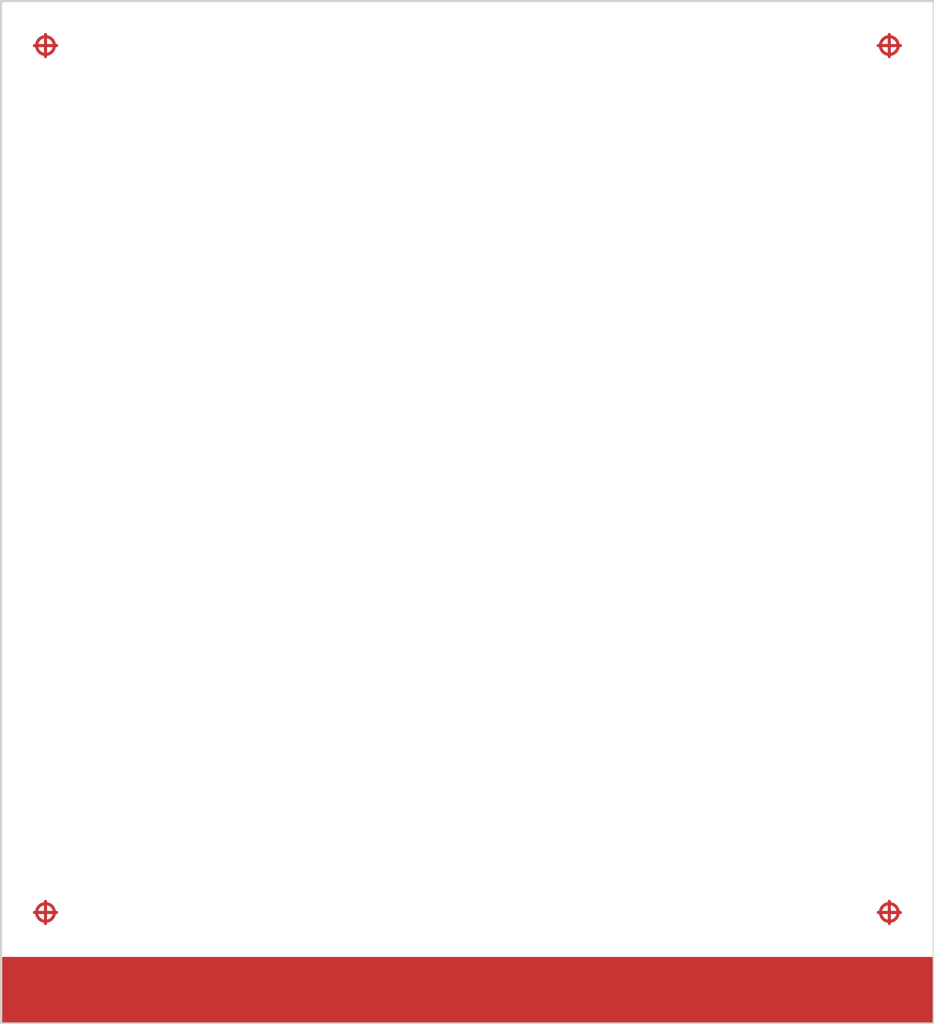
<source format=kicad_pcb>
(kicad_pcb (version 20171130) (host pcbnew "(5.1.10)-1")

  (general
    (thickness 0.25)
    (drawings 4)
    (tracks 0)
    (zones 0)
    (modules 4)
    (nets 1)
  )

  (page A4)
  (layers
    (0 F.Cu signal)
    (31 B.Cu signal)
    (32 B.Adhes user)
    (33 F.Adhes user)
    (34 B.Paste user)
    (35 F.Paste user)
    (36 B.SilkS user)
    (37 F.SilkS user)
    (38 B.Mask user)
    (39 F.Mask user)
    (40 Dwgs.User user)
    (41 Cmts.User user)
    (42 Eco1.User user)
    (43 Eco2.User user)
    (44 Edge.Cuts user)
    (45 Margin user)
    (46 B.CrtYd user)
    (47 F.CrtYd user)
    (48 B.Fab user)
    (49 F.Fab user)
  )

  (setup
    (last_trace_width 0.25)
    (trace_clearance 0.2)
    (zone_clearance 0)
    (zone_45_only no)
    (trace_min 0.2)
    (via_size 0.8)
    (via_drill 0.4)
    (via_min_size 0.4)
    (via_min_drill 0.3)
    (uvia_size 0.3)
    (uvia_drill 0.1)
    (uvias_allowed no)
    (uvia_min_size 0.2)
    (uvia_min_drill 0.1)
    (edge_width 0.05)
    (segment_width 0.2)
    (pcb_text_width 0.3)
    (pcb_text_size 1.5 1.5)
    (mod_edge_width 0.12)
    (mod_text_size 1 1)
    (mod_text_width 0.15)
    (pad_size 1.524 1.524)
    (pad_drill 0.762)
    (pad_to_mask_clearance 0)
    (aux_axis_origin 0 0)
    (visible_elements 7FFFFFFF)
    (pcbplotparams
      (layerselection 0x01000_7fffffff)
      (usegerberextensions false)
      (usegerberattributes true)
      (usegerberadvancedattributes true)
      (creategerberjobfile true)
      (excludeedgelayer true)
      (linewidth 0.100000)
      (plotframeref false)
      (viasonmask false)
      (mode 1)
      (useauxorigin false)
      (hpglpennumber 1)
      (hpglpenspeed 20)
      (hpglpendiameter 15.000000)
      (psnegative false)
      (psa4output false)
      (plotreference true)
      (plotvalue true)
      (plotinvisibletext false)
      (padsonsilk false)
      (subtractmaskfromsilk false)
      (outputformat 1)
      (mirror false)
      (drillshape 0)
      (scaleselection 1)
      (outputdirectory "fab_outputs/"))
  )

  (net 0 "")

  (net_class Default "This is the default net class."
    (clearance 0.2)
    (trace_width 0.25)
    (via_dia 0.8)
    (via_drill 0.4)
    (uvia_dia 0.3)
    (uvia_drill 0.1)
  )

  (module unl_silab:crossed_circle_fiducial (layer F.Cu) (tedit 5DEEB95A) (tstamp 6282DBEA)
    (at 1 20.5)
    (fp_text reference REF** (at 0 0) (layer F.SilkS) hide
      (effects (font (size 1 1) (thickness 0.15)))
    )
    (fp_text value crossed_circle_fiducial (at 0 0) (layer F.Fab) hide
      (effects (font (size 1 1) (thickness 0.15)))
    )
    (fp_circle (center 0 0) (end 0.2 0) (layer F.Cu) (width 0.07))
    (fp_line (start 0 -0.25) (end 0 0.25) (layer F.Cu) (width 0.07))
    (fp_line (start 0.25 0) (end -0.25 0) (layer F.Cu) (width 0.07))
    (fp_circle (center 0 0) (end 0.01 0) (layer F.Mask) (width 0.6))
  )

  (module unl_silab:crossed_circle_fiducial (layer F.Cu) (tedit 5DEEB95A) (tstamp 6282DBEA)
    (at 20 20.5)
    (fp_text reference REF** (at 0 0) (layer F.SilkS) hide
      (effects (font (size 1 1) (thickness 0.15)))
    )
    (fp_text value crossed_circle_fiducial (at 0 0) (layer F.Fab) hide
      (effects (font (size 1 1) (thickness 0.15)))
    )
    (fp_circle (center 0 0) (end 0.2 0) (layer F.Cu) (width 0.07))
    (fp_line (start 0 -0.25) (end 0 0.25) (layer F.Cu) (width 0.07))
    (fp_line (start 0.25 0) (end -0.25 0) (layer F.Cu) (width 0.07))
    (fp_circle (center 0 0) (end 0.01 0) (layer F.Mask) (width 0.6))
  )

  (module unl_silab:crossed_circle_fiducial (layer F.Cu) (tedit 5DEEB95A) (tstamp 6282DBEA)
    (at 20 1)
    (fp_text reference REF** (at 0 0) (layer F.SilkS) hide
      (effects (font (size 1 1) (thickness 0.15)))
    )
    (fp_text value crossed_circle_fiducial (at 0 0) (layer F.Fab) hide
      (effects (font (size 1 1) (thickness 0.15)))
    )
    (fp_circle (center 0 0) (end 0.2 0) (layer F.Cu) (width 0.07))
    (fp_line (start 0 -0.25) (end 0 0.25) (layer F.Cu) (width 0.07))
    (fp_line (start 0.25 0) (end -0.25 0) (layer F.Cu) (width 0.07))
    (fp_circle (center 0 0) (end 0.01 0) (layer F.Mask) (width 0.6))
  )

  (module unl_silab:crossed_circle_fiducial (layer F.Cu) (tedit 5DEEB95A) (tstamp 6282DBE1)
    (at 1 1)
    (fp_text reference REF** (at 0 0) (layer F.SilkS) hide
      (effects (font (size 1 1) (thickness 0.15)))
    )
    (fp_text value crossed_circle_fiducial (at 0 0) (layer F.Fab) hide
      (effects (font (size 1 1) (thickness 0.15)))
    )
    (fp_circle (center 0 0) (end 0.2 0) (layer F.Cu) (width 0.07))
    (fp_line (start 0 -0.25) (end 0 0.25) (layer F.Cu) (width 0.07))
    (fp_line (start 0.25 0) (end -0.25 0) (layer F.Cu) (width 0.07))
    (fp_circle (center 0 0) (end 0.01 0) (layer F.Mask) (width 0.6))
  )

  (gr_line (start 0 0) (end 0 23) (layer Edge.Cuts) (width 0.05))
  (gr_line (start 0 23) (end 21 23) (layer Edge.Cuts) (width 0.05))
  (gr_line (start 21 0) (end 21 23) (layer Edge.Cuts) (width 0.05))
  (gr_line (start 0 0) (end 21 0) (layer Edge.Cuts) (width 0.05))

  (zone (net 0) (net_name "") (layer F.Cu) (tstamp 62701B51) (hatch edge 0.508)
    (connect_pads (clearance 0))
    (min_thickness 0.0254)
    (fill yes (arc_segments 32) (thermal_gap 0.508) (thermal_bridge_width 0.508))
    (polygon
      (pts
        (xy 21 23) (xy 0 23) (xy 0 21.5) (xy 21 21.5)
      )
    )
    (filled_polygon
      (pts
        (xy 20.962301 22.9623) (xy 0.0377 22.9623) (xy 0.0377 21.5127) (xy 20.962301 21.5127)
      )
    )
  )
  (zone (net 0) (net_name "") (layer F.Mask) (tstamp 62701B4E) (hatch edge 0.508)
    (connect_pads (clearance 0))
    (min_thickness 0.0254)
    (fill yes (arc_segments 32) (thermal_gap 0.508) (thermal_bridge_width 0.508))
    (polygon
      (pts
        (xy 21 23) (xy 0 23) (xy 0.01 0) (xy 21 0)
      )
    )
    (filled_polygon
      (pts
        (xy 20.9873 22.9873) (xy 0.012706 22.9873) (xy 0.022694 0.0127) (xy 20.9873 0.0127)
      )
    )
  )
)

</source>
